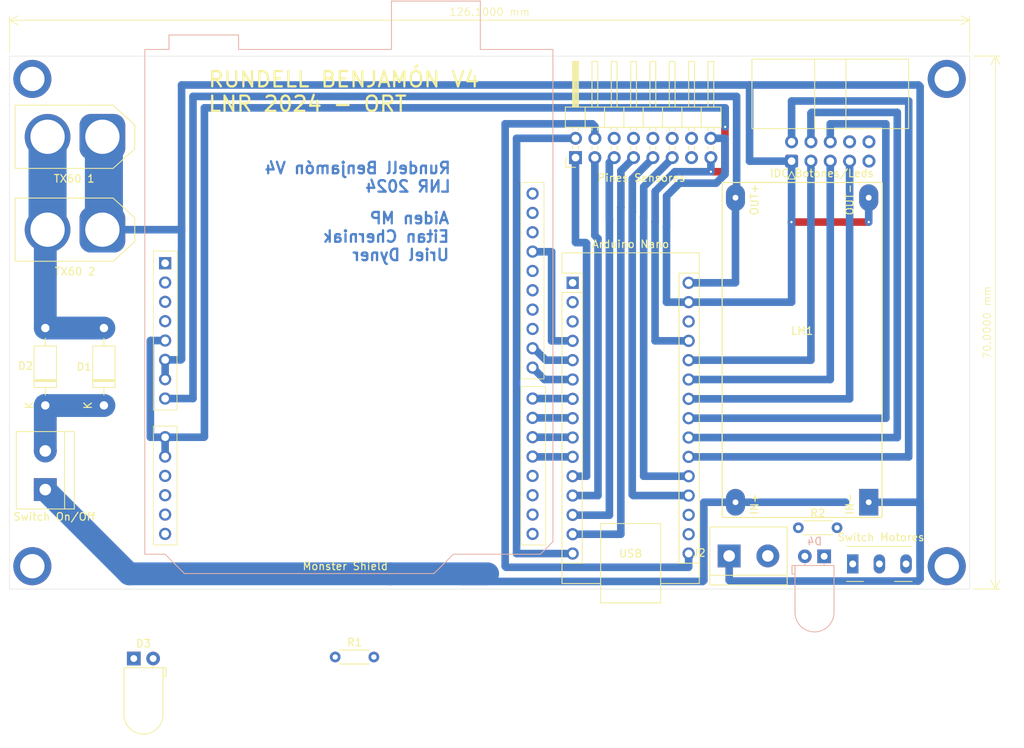
<source format=kicad_pcb>
(kicad_pcb (version 20240108) (generator "pcbnew") (generator_version "8.0")
  (layers (0 "F.Cu" signal) (31 "B.Cu" signal) (34 "B.Paste" user) (35 "F.Paste" user) (36 "B.SilkS" user "B.Silkscreen") (37 "F.SilkS" user "F.Silkscreen") (38 "B.Mask" user) (39 "F.Mask" user) (44 "Edge.Cuts" user))
  (net 0 "")
  (net 1 "AIN2 MONSTER SHIELD")
  (net 3 "ECHO 1")
  (net 5 "ECHO 3")
  (net 9 "ECHO 2")
  (net 10 "GND")
  (net 11 "TRIG 2")
  (net 12 "VIN")
  (net 13 "AIN1 MONSTER SHIELD")
  (net 14 "TRIG 3")
  (net 15 "BIN 2 MONSTER SHIELD")
  (net 16 "TRIG 1")
  (net 17 "BIN 1 MONSTER SHIELD")
  (net 18 "+5V")
  (net 19 "PWM A MONSTER SHIELD")
  (net 20 "PWM B MONSTER SHIELD")
  (net 21 "LED3")
  (net 25 "LED1")
  (net 32 "BTN2")
  (net 33 "LED2")
  (net 36 "BTN1")
  (net 40 "LED4")
  (net 43 "Net-(D1-A)")
  (net 49 "CNY 2")
  (net 51 "Net-(J2-Pin_2)")
  (net 52 "CNY 1")
  (net 53 "Net-(D1-K)")
  (net 54 "MOTORES")
  (net 57 "TRIG 4")
  (net 58 "ECHO 5")
  (net 59 "CNY 3")
  (net 60 "ECHO 4")
  (net 61 "TRIG 5")
  (net 62 "Net-(D3-A)")
  (net 63 "Net-(D4-A)")
  (footprint "" (layer "F.Cu") (at 135.2 15.1)
    (property "Reference" "" (at 0 0 0) (layer "F.SilkS") (effects (font (size 1.27 1.27))))
    (property "Value" "")
    (pad "" thru_hole circle (at 0 0 90) (size 5 5) (drill 3.2) (layers "*.Cu" "*.Mask"))
  )
  (footprint "Connector_AMASS:AMASS_XT60-M_1x02_P7.20mm_Vertical" (layer "F.Cu") (at 24.3 22.7 180)
    (property "Reference" "TX60 1" (at 3.7 -5.5 180) (layer "F.SilkS"))
    (property "Value" "Power Input 2")
    (pad "1" thru_hole roundrect (at 0 0 180) (size 6 6) (drill 4.5) (layers "*.Cu" "*.Mask") (net 10 "GND"))
    (pad "2" thru_hole circle (at 7.2 0 180) (size 6 6) (drill 4.5) (layers "*.Cu" "*.Mask") (net 43 "Net-(D1-A)"))
  )
  (footprint "Connector_AMASS:AMASS_XT60-M_1x02_P7.20mm_Vertical" (layer "F.Cu") (at 24.3 34.9 180)
    (property "Reference" "TX60 2" (at 3.6 -5.5 180) (layer "F.SilkS"))
    (property "Value" "Power Input 1")
    (pad "1" thru_hole roundrect (at 0 0 180) (size 6 6) (drill 4.5) (layers "*.Cu" "*.Mask") (net 10 "GND"))
    (pad "2" thru_hole circle (at 7.2 0 180) (size 6 6) (drill 4.5) (layers "*.Cu" "*.Mask") (net 43 "Net-(D1-A)"))
  )
  (footprint "" (layer "F.Cu") (at 15.1 79.1)
    (property "Reference" "" (at 0 0 0) (layer "F.SilkS") (effects (font (size 1.27 1.27))))
    (property "Value" "")
    (pad "" thru_hole circle (at 0 0 90) (size 5 5) (drill 3.2) (layers "*.Cu" "*.Mask"))
  )
  (footprint "Diode_THT:D_DO-41_SOD81_P10.16mm_Horizontal" (layer "F.Cu") (at 24.5 57.98 90)
    (property "Reference" "D1" (at 5.08 -2.6 0) (layer "F.SilkS"))
    (property "Value" "1N4007")
    (fp_text user "K" (at 0 -2.1 -90) (layer "F.SilkS"))
    (pad "1" thru_hole rect (at 0 0 90) (size 2.2 2.2) (drill 1.1) (layers "*.Cu" "*.Mask") (net 53 "Net-(D1-K)"))
    (pad "2" thru_hole oval (at 10.16 0 90) (size 2.2 2.2) (drill 1.1) (layers "*.Cu" "*.Mask") (net 43 "Net-(D1-A)"))
  )
  (footprint "Connector_IDC:IDC-Header_2x05_P2.54mm_Horizontal" (layer "F.Cu") (at 114.82 25.8975 90)
    (property "Reference" "IDC Botones/Leds" (at -1.6025 3.98 0) (layer "F.SilkS"))
    (property "Value" "IDC Placa Botones")
    (pad "1" thru_hole roundrect (at 0 0 90) (size 1.7 1.7) (drill 1) (layers "*.Cu" "*.Mask") (roundrect_rratio 0.147059) (net 10 "GND"))
    (pad "2" thru_hole circle (at 2.54 0 90) (size 1.7 1.7) (drill 1) (layers "*.Cu" "*.Mask") (net 33 "LED2"))
    (pad "3" thru_hole circle (at 0 2.54 90) (size 1.7 1.7) (drill 1) (layers "*.Cu" "*.Mask") (net 32 "BTN2"))
    (pad "4" thru_hole circle (at 2.54 2.54 90) (size 1.7 1.7) (drill 1) (layers "*.Cu" "*.Mask") (net 21 "LED3"))
    (pad "5" thru_hole circle (at 0 5.08 90) (size 1.7 1.7) (drill 1) (layers "*.Cu" "*.Mask") (net 36 "BTN1"))
    (pad "6" thru_hole circle (at 2.54 5.08 90) (size 1.7 1.7) (drill 1) (layers "*.Cu" "*.Mask") (net 40 "LED4"))
    (pad "7" thru_hole circle (at 0 7.62 90) (size 1.7 1.7) (drill 1) (layers "*.Cu" "*.Mask") (net 25 "LED1"))
    (pad "8" thru_hole circle (at 2.54 7.62 90) (size 1.7 1.7) (drill 1) (layers "*.Cu" "*.Mask"))
    (pad "9" thru_hole circle (at 0 10.16 90) (size 1.7 1.7) (drill 1) (layers "*.Cu" "*.Mask"))
    (pad "10" thru_hole circle (at 2.54 10.16 90) (size 1.7 1.7) (drill 1) (layers "*.Cu" "*.Mask"))
  )
  (footprint "Module:Arduino_Nano" (layer "F.Cu") (at 86.06 41.88)
    (property "Reference" "Arduino Nano" (at 7.62 -5.08 0) (layer "F.SilkS"))
    (property "Value" "Arduino_Nano_v3.x")
    (fp_text user "USB" (at 7.62 35.56 0) (layer "F.SilkS"))
    (pad "1" thru_hole rect (at 0 0) (size 1.6 1.6) (drill 1) (layers "*.Cu" "*.Mask"))
    (pad "2" thru_hole oval (at 0 2.54) (size 1.6 1.6) (drill 1) (layers "*.Cu" "*.Mask"))
    (pad "3" thru_hole oval (at 0 5.08) (size 1.6 1.6) (drill 1) (layers "*.Cu" "*.Mask"))
    (pad "4" thru_hole oval (at 0 7.62) (size 1.6 1.6) (drill 1) (layers "*.Cu" "*.Mask") (net 10 "GND"))
    (pad "5" thru_hole oval (at 0 10.16) (size 1.6 1.6) (drill 1) (layers "*.Cu" "*.Mask") (net 15 "BIN 2 MONSTER SHIELD"))
    (pad "6" thru_hole oval (at 0 12.7) (size 1.6 1.6) (drill 1) (layers "*.Cu" "*.Mask") (net 1 "AIN2 MONSTER SHIELD"))
    (pad "7" thru_hole oval (at 0 15.24) (size 1.6 1.6) (drill 1) (layers "*.Cu" "*.Mask") (net 13 "AIN1 MONSTER SHIELD"))
    (pad "8" thru_hole oval (at 0 17.78) (size 1.6 1.6) (drill 1) (layers "*.Cu" "*.Mask") (net 20 "PWM B MONSTER SHIELD"))
    (pad "9" thru_hole oval (at 0 20.32) (size 1.6 1.6) (drill 1) (layers "*.Cu" "*.Mask") (net 19 "PWM A MONSTER SHIELD"))
    (pad "10" thru_hole oval (at 0 22.86) (size 1.6 1.6) (drill 1) (layers "*.Cu" "*.Mask") (net 17 "BIN 1 MONSTER SHIELD"))
    (pad "11" thru_hole oval (at 0 25.4) (size 1.6 1.6) (drill 1) (layers "*.Cu" "*.Mask") (net 11 "TRIG 2"))
    (pad "12" thru_hole oval (at 0 27.94) (size 1.6 1.6) (drill 1) (layers "*.Cu" "*.Mask") (net 9 "ECHO 2"))
    (pad "13" thru_hole oval (at 0 30.48) (size 1.6 1.6) (drill 1) (layers "*.Cu" "*.Mask") (net 16 "TRIG 1"))
    (pad "14" thru_hole oval (at 0 33.02) (size 1.6 1.6) (drill 1) (layers "*.Cu" "*.Mask") (net 3 "ECHO 1"))
    (pad "15" thru_hole oval (at 0 35.56) (size 1.6 1.6) (drill 1) (layers "*.Cu" "*.Mask") (net 5 "ECHO 3"))
    (pad "16" thru_hole oval (at 15.24 35.56) (size 1.6 1.6) (drill 1) (layers "*.Cu" "*.Mask") (net 14 "TRIG 3"))
    (pad "17" thru_hole oval (at 15.24 33.02) (size 1.6 1.6) (drill 1) (layers "*.Cu" "*.Mask"))
    (pad "18" thru_hole oval (at 15.24 30.48) (size 1.6 1.6) (drill 1) (layers "*.Cu" "*.Mask"))
    (pad "19" thru_hole oval (at 15.24 27.94) (size 1.6 1.6) (drill 1) (layers "*.Cu" "*.Mask") (net 52 "CNY 1"))
    (pad "20" thru_hole oval (at 15.24 25.4) (size 1.6 1.6) (drill 1) (layers "*.Cu" "*.Mask") (net 49 "CNY 2"))
    (pad "21" thru_hole oval (at 15.24 22.86) (size 1.6 1.6) (drill 1) (layers "*.Cu" "*.Mask") (net 33 "LED2"))
    (pad "22" thru_hole oval (at 15.24 20.32) (size 1.6 1.6) (drill 1) (layers "*.Cu" "*.Mask") (net 21 "LED3"))
    (pad "23" thru_hole oval (at 15.24 17.78) (size 1.6 1.6) (drill 1) (layers "*.Cu" "*.Mask") (net 40 "LED4"))
    (pad "24" thru_hole oval (at 15.24 15.24) (size 1.6 1.6) (drill 1) (layers "*.Cu" "*.Mask") (net 25 "LED1"))
    (pad "25" thru_hole oval (at 15.24 12.7) (size 1.6 1.6) (drill 1) (layers "*.Cu" "*.Mask") (net 36 "BTN1"))
    (pad "26" thru_hole oval (at 15.24 10.16) (size 1.6 1.6) (drill 1) (layers "*.Cu" "*.Mask") (net 32 "BTN2"))
    (pad "27" thru_hole oval (at 15.24 7.62) (size 1.6 1.6) (drill 1) (layers "*.Cu" "*.Mask") (net 18 "+5V"))
    (pad "28" thru_hole oval (at 15.24 5.08) (size 1.6 1.6) (drill 1) (layers "*.Cu" "*.Mask"))
    (pad "29" thru_hole oval (at 15.24 2.54) (size 1.6 1.6) (drill 1) (layers "*.Cu" "*.Mask") (net 10 "GND"))
    (pad "30" thru_hole oval (at 15.24 0) (size 1.6 1.6) (drill 1) (layers "*.Cu" "*.Mask") (net 12 "VIN"))
  )
  (footprint "Resistor_THT:R_Axial_DIN0204_L3.6mm_D1.6mm_P5.08mm_Horizontal" (layer "F.Cu") (at 54.875 91.025)
    (property "Reference" "R1" (at 2.54 -1.92 0) (layer "F.SilkS"))
    (property "Value" "220")
    (pad "1" thru_hole circle (at 0 0) (size 1.4 1.4) (drill 0.7) (layers "*.Cu" "*.Mask") (net 54 "MOTORES"))
    (pad "2" thru_hole oval (at 5.08 0) (size 1.4 1.4) (drill 0.7) (layers "*.Cu" "*.Mask") (net 62 "Net-(D3-A)"))
  )
  (footprint "Button_Switch_THT:SW_Slide_SPDT_Angled_CK_OS102011MA1Q" (layer "F.Cu") (at 124.35 78.8)
    (property "Reference" "Switch Motores" (at 2.2 -3.5 0) (layer "F.SilkS"))
    (property "Value" "On/Off Motores")
    (pad "1" thru_hole rect (at -1.5 0) (size 1.5 2.5) (drill 0.9) (layers "*.Cu" "*.Mask") (net 51 "Net-(J2-Pin_2)"))
    (pad "2" thru_hole oval (at 2 0) (size 1.5 2.5) (drill 0.9) (layers "*.Cu" "*.Mask") (net 54 "MOTORES"))
    (pad "3" thru_hole oval (at 5.5 0) (size 1.5 2.5) (drill 0.9) (layers "*.Cu" "*.Mask"))
  )
  (footprint "TerminalBlock:TerminalBlock_bornier-2_P5.08mm" (layer "F.Cu") (at 16.8 69.04 90)
    (property "Reference" "Switch On/Off" (at -3.56 1.2 0) (layer "F.SilkS"))
    (property "Value" "On/Off General")
    (pad "1" thru_hole rect (at 0 0 90) (size 3 3) (drill 1.52) (layers "*.Cu" "*.Mask") (net 54 "MOTORES"))
    (pad "2" thru_hole circle (at 5.08 0 90) (size 3 3) (drill 1.52) (layers "*.Cu" "*.Mask") (net 53 "Net-(D1-K)"))
  )
  (footprint "TerminalBlock:TerminalBlock_bornier-2_P5.08mm" (layer "F.Cu") (at 106.62 77.75)
    (property "Reference" "J2" (at -3.96 -0.4 0) (layer "F.SilkS"))
    (property "Value" "Power Monster")
    (pad "1" thru_hole rect (at 0 0) (size 3 3) (drill 1.52) (layers "*.Cu" "*.Mask") (net 10 "GND"))
    (pad "2" thru_hole circle (at 5.08 0) (size 3 3) (drill 1.52) (layers "*.Cu" "*.Mask") (net 51 "Net-(J2-Pin_2)"))
  )
  (footprint "" (layer "F.Cu") (at 135.2 79.1)
    (property "Reference" "" (at 0 0 0) (layer "F.SilkS") (effects (font (size 1.27 1.27))))
    (property "Value" "")
    (pad "" thru_hole circle (at 0 0 90) (size 5 5) (drill 3.2) (layers "*.Cu" "*.Mask"))
  )
  (footprint "" (layer "F.Cu") (at 15.1 15.1)
    (property "Reference" "" (at 0 0 0) (layer "F.SilkS") (effects (font (size 1.27 1.27))))
    (property "Value" "")
    (pad "" thru_hole circle (at 0 0 90) (size 5 5) (drill 3.2) (layers "*.Cu" "*.Mask"))
  )
  (footprint "LM2596:LM2596_correctedMeas" (layer "F.Cu") (at 116.2 50.7 180)
    (property "Reference" "LM1" (at 0 2.5 180) (layer "F.SilkS"))
    (property "Value" "LM2596_OK")
    (fp_text user "OUT-" (at -6.25 19.75 -90) (layer "F.SilkS"))
    (fp_text user "OUT+" (at 6.25 19.75 -90) (layer "F.SilkS"))
    (fp_text user "IN-" (at -6.25 -20.25 -90) (layer "F.SilkS"))
    (fp_text user "IN+" (at 6.25 -20.25 -90) (layer "F.SilkS"))
    (pad "1" thru_hole rect (at -8.75 -20 180) (size 2.5 3.5) (drill 0.762) (layers "*.Cu" "*.Mask") (net 10 "GND"))
    (pad "2" thru_hole oval (at 8.75 -20 180) (size 2.5 3.5) (drill 0.762) (layers "*.Cu" "*.Mask") (net 54 "MOTORES"))
    (pad "3" thru_hole oval (at -8.75 20 180) (size 2.5 3.5) (drill 0.762) (layers "*.Cu" "*.Mask") (net 10 "GND"))
    (pad "4" thru_hole oval (at 8.75 20 180) (size 2.5 3.5) (drill 0.762) (layers "*.Cu" "*.Mask") (net 12 "VIN"))
  )
  (footprint "Resistor_THT:R_Axial_DIN0204_L3.6mm_D1.6mm_P5.08mm_Horizontal" (layer "F.Cu") (at 115.71 74.05)
    (property "Reference" "R2" (at 2.54 -1.92 0) (layer "F.SilkS"))
    (property "Value" "220")
    (pad "1" thru_hole circle (at 0 0) (size 1.4 1.4) (drill 0.7) (layers "*.Cu" "*.Mask") (net 51 "Net-(J2-Pin_2)"))
    (pad "2" thru_hole oval (at 5.08 0) (size 1.4 1.4) (drill 0.7) (layers "*.Cu" "*.Mask") (net 63 "Net-(D4-A)"))
  )
  (footprint "Connector_PinHeader_2.54mm:PinHeader_2x08_P2.54mm_Horizontal" (layer "F.Cu") (at 86.44 25.44 90)
    (property "Reference" "Pines Sensores" (at -2.66 8.66 0) (layer "F.SilkS"))
    (property "Value" "Conexion Sensores")
    (pad "1" thru_hole rect (at 0 0 90) (size 1.7 1.7) (drill 1) (layers "*.Cu" "*.Mask") (net 11 "TRIG 2"))
    (pad "2" thru_hole oval (at 2.54 0 90) (size 1.7 1.7) (drill 1) (layers "*.Cu" "*.Mask") (net 5 "ECHO 3"))
    (pad "3" thru_hole oval (at 0 2.54 90) (size 1.7 1.7) (drill 1) (layers "*.Cu" "*.Mask") (net 9 "ECHO 2"))
    (pad "4" thru_hole oval (at 2.54 2.54 90) (size 1.7 1.7) (drill 1) (layers "*.Cu" "*.Mask") (net 14 "TRIG 3"))
    (pad "5" thru_hole oval (at 0 5.08 90) (size 1.7 1.7) (drill 1) (layers "*.Cu" "*.Mask") (net 16 "TRIG 1"))
    (pad "6" thru_hole oval (at 2.54 5.08 90) (size 1.7 1.7) (drill 1) (layers "*.Cu" "*.Mask"))
    (pad "7" thru_hole oval (at 0 7.62 90) (size 1.7 1.7) (drill 1) (layers "*.Cu" "*.Mask") (net 3 "ECHO 1"))
    (pad "8" thru_hole oval (at 2.54 7.62 90) (size 1.7 1.7) (drill 1) (layers "*.Cu" "*.Mask") (net 60 "ECHO 4"))
    (pad "9" thru_hole oval (at 0 10.16 90) (size 1.7 1.7) (drill 1) (layers "*.Cu" "*.Mask") (net 52 "CNY 1"))
    (pad "10" thru_hole oval (at 2.54 10.16 90) (size 1.7 1.7) (drill 1) (layers "*.Cu" "*.Mask") (net 57 "TRIG 4"))
    (pad "11" thru_hole oval (at 0 12.7 90) (size 1.7 1.7) (drill 1) (layers "*.Cu" "*.Mask") (net 49 "CNY 2"))
    (pad "12" thru_hole oval (at 2.54 12.7 90) (size 1.7 1.7) (drill 1) (layers "*.Cu" "*.Mask") (net 58 "ECHO 5"))
    (pad "13" thru_hole oval (at 0 15.24 90) (size 1.7 1.7) (drill 1) (layers "*.Cu" "*.Mask") (net 59 "CNY 3"))
    (pad "14" thru_hole oval (at 2.54 15.24 90) (size 1.7 1.7) (drill 1) (layers "*.Cu" "*.Mask") (net 61 "TRIG 5"))
    (pad "15" thru_hole oval (at 0 17.78 90) (size 1.7 1.7) (drill 1) (layers "*.Cu" "*.Mask") (net 18 "+5V"))
    (pad "16" thru_hole oval (at 2.54 17.78 90) (size 1.7 1.7) (drill 1) (layers "*.Cu" "*.Mask") (net 10 "GND"))
  )
  (footprint "LED_THT:LED_D5.0mm_Horizontal_O1.27mm_Z3.0mm" (layer "F.Cu") (at 28.425 91.225)
    (property "Reference" "D3" (at 1.27 -1.96 0) (layer "F.SilkS"))
    (property "Value" "LED")
    (pad "1" thru_hole rect (at 0 0) (size 1.8 1.8) (drill 0.9) (layers "*.Cu" "*.Mask") (net 10 "GND"))
    (pad "2" thru_hole circle (at 2.54 0) (size 1.8 1.8) (drill 0.9) (layers "*.Cu" "*.Mask") (net 62 "Net-(D3-A)"))
  )
  (footprint "Diode_THT:D_DO-41_SOD81_P10.16mm_Horizontal" (layer "F.Cu") (at 16.8 57.98 90)
    (property "Reference" "D2" (at 5.18 -2.6 0) (layer "F.SilkS"))
    (property "Value" "1N4007")
    (fp_text user "K" (at 0 -2.1 -90) (layer "F.SilkS"))
    (pad "1" thru_hole rect (at 0 0 90) (size 2.2 2.2) (drill 1.1) (layers "*.Cu" "*.Mask") (net 53 "Net-(D1-K)"))
    (pad "2" thru_hole oval (at 10.16 0 90) (size 2.2 2.2) (drill 1.1) (layers "*.Cu" "*.Mask") (net 43 "Net-(D1-A)"))
  )
  (footprint "Module:Arduino_UNO_R3" (layer "B.Cu") (at 32.54 39.3 -90)
    (property "Reference" "Monster Shield" (at 39.8 -23.66 180) (layer "F.SilkS"))
    (property "Value" "MONSTER SHIELD")
    (pad "1" thru_hole rect (at 0 0 180) (size 1.6 1.6) (drill 1) (layers "*.Cu" "*.Mask"))
    (pad "2" thru_hole oval (at 2.54 0 180) (size 1.6 1.6) (drill 1) (layers "*.Cu" "*.Mask"))
    (pad "3" thru_hole oval (at 5.08 0 180) (size 1.6 1.6) (drill 1) (layers "*.Cu" "*.Mask"))
    (pad "4" thru_hole oval (at 7.62 0 180) (size 1.6 1.6) (drill 1) (layers "*.Cu" "*.Mask"))
    (pad "5" thru_hole oval (at 10.16 0 180) (size 1.6 1.6) (drill 1) (layers "*.Cu" "*.Mask") (net 18 "+5V"))
    (pad "6" thru_hole oval (at 12.7 0 180) (size 1.6 1.6) (drill 1) (layers "*.Cu" "*.Mask") (net 10 "GND"))
    (pad "7" thru_hole oval (at 15.24 0 180) (size 1.6 1.6) (drill 1) (layers "*.Cu" "*.Mask") (net 10 "GND"))
    (pad "8" thru_hole oval (at 17.78 0 180) (size 1.6 1.6) (drill 1) (layers "*.Cu" "*.Mask") (net 12 "VIN"))
    (pad "9" thru_hole oval (at 22.86 0 180) (size 1.6 1.6) (drill 1) (layers "*.Cu" "*.Mask") (net 18 "+5V"))
    (pad "10" thru_hole oval (at 25.4 0 180) (size 1.6 1.6) (drill 1) (layers "*.Cu" "*.Mask") (net 18 "+5V"))
    (pad "11" thru_hole oval (at 27.94 0 180) (size 1.6 1.6) (drill 1) (layers "*.Cu" "*.Mask"))
    (pad "12" thru_hole oval (at 30.48 0 180) (size 1.6 1.6) (drill 1) (layers "*.Cu" "*.Mask"))
    (pad "13" thru_hole oval (at 33.02 0 180) (size 1.6 1.6) (drill 1) (layers "*.Cu" "*.Mask"))
    (pad "14" thru_hole oval (at 35.56 0 180) (size 1.6 1.6) (drill 1) (layers "*.Cu" "*.Mask"))
    (pad "15" thru_hole oval (at 35.56 -48.26 180) (size 1.6 1.6) (drill 1) (layers "*.Cu" "*.Mask"))
    (pad "16" thru_hole oval (at 33.02 -48.26 180) (size 1.6 1.6) (drill 1) (layers "*.Cu" "*.Mask"))
    (pad "17" thru_hole oval (at 30.48 -48.26 180) (size 1.6 1.6) (drill 1) (layers "*.Cu" "*.Mask"))
    (pad "18" thru_hole oval (at 27.94 -48.26 180) (size 1.6 1.6) (drill 1) (layers "*.Cu" "*.Mask"))
    (pad "19" thru_hole oval (at 25.4 -48.26 180) (size 1.6 1.6) (drill 1) (layers "*.Cu" "*.Mask") (net 17 "BIN 1 MONSTER SHIELD"))
    (pad "20" thru_hole oval (at 22.86 -48.26 180) (size 1.6 1.6) (drill 1) (layers "*.Cu" "*.Mask") (net 19 "PWM A MONSTER SHIELD"))
    (pad "21" thru_hole oval (at 20.32 -48.26 180) (size 1.6 1.6) (drill 1) (layers "*.Cu" "*.Mask") (net 20 "PWM B MONSTER SHIELD"))
    (pad "22" thru_hole oval (at 17.78 -48.26 180) (size 1.6 1.6) (drill 1) (layers "*.Cu" "*.Mask") (net 13 "AIN1 MONSTER SHIELD"))
    (pad "23" thru_hole oval (at 13.72 -48.26 180) (size 1.6 1.6) (drill 1) (layers "*.Cu" "*.Mask") (net 1 "AIN2 MONSTER SHIELD"))
    (pad "24" thru_hole oval (at 11.18 -48.26 180) (size 1.6 1.6) (drill 1) (layers "*.Cu" "*.Mask") (net 15 "BIN 2 MONSTER SHIELD"))
    (pad "25" thru_hole oval (at 8.64 -48.26 180) (size 1.6 1.6) (drill 1) (layers "*.Cu" "*.Mask"))
    (pad "26" thru_hole oval (at 6.1 -48.26 180) (size 1.6 1.6) (drill 1) (layers "*.Cu" "*.Mask"))
    (pad "27" thru_hole oval (at 3.56 -48.26 180) (size 1.6 1.6) (drill 1) (layers "*.Cu" "*.Mask"))
    (pad "28" thru_hole oval (at 1.02 -48.26 180) (size 1.6 1.6) (drill 1) (layers "*.Cu" "*.Mask"))
    (pad "29" thru_hole oval (at -1.52 -48.26 180) (size 1.6 1.6) (drill 1) (layers "*.Cu" "*.Mask") (net 10 "GND"))
    (pad "30" thru_hole oval (at -4.06 -48.26 180) (size 1.6 1.6) (drill 1) (layers "*.Cu" "*.Mask"))
    (pad "31" thru_hole oval (at -6.6 -48.26 180) (size 1.6 1.6) (drill 1) (layers "*.Cu" "*.Mask"))
    (pad "32" thru_hole oval (at -9.14 -48.26 180) (size 1.6 1.6) (drill 1) (layers "*.Cu" "*.Mask"))
  )
  (footprint "LED_THT:LED_D5.0mm_Horizontal_O1.27mm_Z3.0mm" (layer "B.Cu") (at 119.1 77.8 180)
    (property "Reference" "D4" (at 1.27 1.96 180) (layer "B.SilkS") (effects (justify mirror)))
    (property "Value" "LED")
    (pad "1" thru_hole rect (at 0 0 180) (size 1.8 1.8) (drill 0.9) (layers "*.Cu" "*.Mask") (net 10 "GND"))
    (pad "2" thru_hole circle (at 2.54 0 180) (size 1.8 1.8) (drill 0.9) (layers "*.Cu" "*.Mask") (net 63 "Net-(D4-A)"))
  )
  (gr_rect (start 79.3 28.7) (end 82.3 54.5) (stroke (width 0.1)) (fill none) (layer "F.SilkS"))
  (gr_rect (start 79.3 55.5) (end 82.5 76.3) (stroke (width 0.1)) (fill none) (layer "F.SilkS"))
  (gr_rect (start 31 60.7) (end 34.1 76.3) (stroke (width 0.1)) (fill none) (layer "F.SilkS"))
  (gr_rect (start 31 37.7) (end 34.1 58.6) (stroke (width 0.1)) (fill none) (layer "F.SilkS"))
  (gr_rect (start 12.1 12.1) (end 138.2 82.1) (stroke (width 0.05)) (fill none) (layer "Edge.Cuts"))
  (gr_text "Aiden MP\nEitan Cherniak\nUriel Dyner" (at 70 39.1 0) (layer "B.Cu") (effects (font (size 1.5 1.5) (thickness 0.3) (bold yes)) (justify left bottom mirror)))
  (gr_text "Rundell Benjamón V4\nLNR 2024" (at 70.2 30.1 0) (layer "B.Cu") (effects (font (size 1.5 1.5) (thickness 0.3) (bold yes)) (justify left bottom mirror)))
  (gr_text "RUNDELL BENJAMÓN V4\nLNR 2024 - ORT" (at 38.05 19.55 0) (layer "F.SilkS") (effects (font (size 2 2) (thickness 0.3)) (justify left bottom)))
  (dimension (type aligned) (layer "F.SilkS") (pts (xy 138.2 12.1) (xy 138.2 82.1)) (height -3.4) (gr_text "70,0000 mm" (at 140.5 47.1 90) (layer "F.SilkS") (effects (font (size 1 1) (thickness 0.1)))) (format (prefix "") (suffix "") (units 3) (units_format 1) (precision 4)) (style (thickness 0.1) (arrow_length 1.27) (text_position_mode 0) (extension_height 0.58642) (extension_offset 0.5) keep_text_aligned))
  (dimension (type aligned) (layer "F.SilkS") (pts (xy 12.1 12.1) (xy 138.2 12.1)) (height -4.7) (gr_text "126,1000 mm" (at 75.15 6.3 0) (layer "F.SilkS") (effects (font (size 1 1) (thickness 0.1)))) (format (prefix "") (suffix "") (units 3) (units_format 1) (precision 4)) (style (thickness 0.1) (arrow_length 1.27) (text_position_mode 0) (extension_height 0.58642) (extension_offset 0.5) keep_text_aligned))
  (segment (start 80.8 53.02) (end 82.36 54.58) (width 1) (layer "B.Cu") (net 1))
  (segment (start 82.36 54.58) (end 86.06 54.58) (width 1) (layer "B.Cu") (net 1))
  (segment (start 92.39 32.01) (end 92.38 32) (width 1) (layer "B.Cu") (net 3))
  (segment (start 94.06 25.516296) (end 94.06 25.44) (width 1) (layer "B.Cu") (net 3))
  (segment (start 92.38 32) (end 92.4 31.98) (width 1) (layer "B.Cu") (net 3))
  (segment (start 86.06 74.9) (end 92.39 74.9) (width 1) (layer "B.Cu") (net 3))
  (segment (start 92.4 27.176296) (end 94.06 25.516296) (width 1) (layer "B.Cu") (net 3))
  (segment (start 92.39 74.9) (end 92.39 32.01) (width 1) (layer "B.Cu") (net 3))
  (segment (start 92.4 31.98) (end 92.4 27.176296) (width 1) (layer "B.Cu") (net 3))
  (segment (start 78.7 22.9) (end 86.44 22.9) (width 1) (layer "B.Cu") (net 5))
  (segment (start 86.16 77.44) (end 78.7 77.44) (width 1) (layer "B.Cu") (net 5))
  (segment (start 78.7 77.44) (end 78.7 22.9) (width 1) (layer "B.Cu") (net 5))
  (segment (start 88.98 35.66868) (end 88.98 25.44) (width 1) (layer "B.Cu") (net 9))
  (segment (start 89.39 36.07868) (end 88.98 35.66868) (width 1) (layer "B.Cu") (net 9))
  (segment (start 89.39 69.82) (end 89.39 36.07868) (width 1) (layer "B.Cu") (net 9))
  (segment (start 86.06 69.82) (end 89.39 69.82) (width 1) (layer "B.Cu") (net 9))
  (segment (start 124.95 33.9) (end 114.8 33.9) (width 1) (layer "F.Cu") (net 10))
  (via (at 124.95 33.9) (size 0.6) (drill 0.3) (layers "F.Cu" "B.Cu") (net 10))
  (via (at 114.8 33.9) (size 0.6) (drill 0.3) (layers "F.Cu" "B.Cu") (net 10))
  (segment (start 34.7 34.9) (end 34.7 51.9) (width 1) (layer "B.Cu") (net 10))
  (segment (start 104.91 28.79) (end 100.108936 28.79) (width 1) (layer "B.Cu") (net 10))
  (segment (start 24.3 34.9) (end 34.7 34.9) (width 1) (layer "B.Cu") (net 10))
  (segment (start 109.3025 25.8975) (end 109.3 25.9) (width 1) (layer "B.Cu") (net 10))
  (segment (start 106.07 27.63) (end 104.91 28.79) (width 1) (layer "B.Cu") (net 10))
  (segment (start 131.7 79.3) (end 131.7 80.8) (width 1) (layer "B.Cu") (net 10))
  (segment (start 24.5 34.6) (end 24.6 34.7) (width 1) (layer "B.Cu") (net 10))
  (segment (start 98.4 34.46528) (end 98.39 34.47528) (width 1) (layer "B.Cu") (net 10))
  (segment (start 98.39 44.42) (end 101.3 44.42) (width 1) (layer "B.Cu") (net 10))
  (segment (start 131.7 80.8) (end 131.45 81.05) (width 1) (layer "B.Cu") (net 10))
  (segment (start 106.73 81.05) (end 106.62 80.94) (width 1) (layer "B.Cu") (net 10))
  (segment (start 100.108936 28.79) (end 98.4 30.498936) (width 1) (layer "B.Cu") (net 10))
  (segment (start 124.95 30.7) (end 124.95 33.9) (width 1) (layer "B.Cu") (net 10))
  (segment (start 80.82 37.8) (end 83.3 37.8) (width 1) (layer "B.Cu") (net 10))
  (segment (start 83.3 49.5) (end 86.06 49.5) (width 1) (layer "B.Cu") (net 10))
  (segment (start 109.3 15.9) (end 34.7 15.9) (width 1) (layer "B.Cu") (net 10))
  (segment (start 109.3 25.9) (end 109.3 15.9) (width 1) (layer "B.Cu") (net 10))
  (segment (start 131.5 15.9) (end 131.7 16.1) (width 1) (layer "B.Cu") (net 10))
  (segment (start 114.82 25.8975) (end 114.82 44.42) (width 1) (layer "B.Cu") (net 10))
  (segment (start 83.3 37.8) (end 83.3 49.5) (width 1) (layer "B.Cu") (net 10))
  (segment (start 98.4 30.498936) (end 98.4 34.46528) (width 1) (layer "B.Cu") (net 10))
  (segment (start 80.8 37.78) (end 80.82 37.8) (width 1) (layer "B.Cu") (net 10))
  (segment (start 104.22 22.9) (end 106.07 22.9) (width 1) (layer "B.Cu") (net 10))
  (segment (start 34.7 51.9) (end 34.6 52) (width 1) (layer "B.Cu") (net 10))
  (segment (start 24.5 22.9) (end 24.5 34.6) (width 5) (layer "B.Cu") (net 10))
  (segment (start 114.82 25.8975) (end 109.3025 25.8975) (width 1) (layer "B.Cu") (net 10))
  (segment (start 106.62 80.94) (end 106.62 77.75) (width 1) (layer "B.Cu") (net 10))
  (segment (start 131.7 70.7) (end 124.95 70.7) (width 1) (layer "B.Cu") (net 10))
  (segment (start 98.39 34.47528) (end 98.39 44.42) (width 1) (layer "B.Cu") (net 10))
  (segment (start 106.07 22.9) (end 106.07 27.63) (width 1) (layer "B.Cu") (net 10))
  (segment (start 34.7 15.9) (end 34.7 34.9) (width 1) (layer "B.Cu") (net 10))
  (segment (start 131.45 81.05) (end 106.73 81.05) (width 1) (layer "B.Cu") (net 10))
  (segment (start 32.54 54.54) (end 32.54 52) (width 1) (layer "B.Cu") (net 10))
  (segment (start 109.3 15.9) (end 131.5 15.9) (width 1) (layer "B.Cu") (net 10))
  (segment (start 114.82 44.42) (end 101.3 44.42) (width 1) (layer "B.Cu") (net 10))
  (segment (start 131.7 79.3) (end 131.7 70.7) (width 1) (layer "B.Cu") (net 10))
  (segment (start 24.3 22.7) (end 24.5 22.9) (width 5) (layer "B.Cu") (net 10))
  (segment (start 131.7 16.1) (end 131.7 79.3) (width 1) (layer "B.Cu") (net 10))
  (segment (start 34.6 52) (end 32.54 52) (width 1) (layer "B.Cu") (net 10))
  (segment (start 124.95 33.9) (end 124.95 33.85) (width 1) (layer "B.Cu") (net 10))
  (segment (start 87.89 36.7) (end 87.89 67.28) (width 1) (layer "B.Cu") (net 11))
  (segment (start 87.89 67.28) (end 86.06 67.28) (width 1) (layer "B.Cu") (net 11))
  (segment (start 87.79 36.6) (end 87.89 36.7) (width 1) (layer "B.Cu") (net 11))
  (segment (start 86.44 36.54) (end 86.5 36.6) (width 1) (layer "B.Cu") (net 11))
  (segment (start 86.5 36.6) (end 87.79 36.6) (width 1) (layer "B.Cu") (net 11))
  (segment (start 86.44 25.44) (end 86.44 36.54) (width 1) (layer "B.Cu") (net 11))
  (segment (start 107.6 17.4) (end 36.2 17.4) (width 1) (layer "B.Cu") (net 12))
  (segment (start 107.45 41.85) (end 107.45 30.7) (width 1) (layer "B.Cu") (net 12))
  (segment (start 107.42 41.88) (end 107.45 41.85) (width 1) (layer "B.Cu") (net 12))
  (segment (start 107.6 30.55) (end 107.6 17.4) (width 1) (layer "B.Cu") (net 12))
  (segment (start 107.45 30.7) (end 107.6 30.55) (width 1) (layer "B.Cu") (net 12))
  (segment (start 36.2 57.08) (end 32.54 57.08) (width 1) (layer "B.Cu") (net 12))
  (segment (start 36.2 17.4) (end 36.2 57.08) (width 1) (layer "B.Cu") (net 12))
  (segment (start 101.3 41.88) (end 107.42 41.88) (width 1) (layer "B.Cu") (net 12))
  (segment (start 80.8 57.08) (end 86.02 57.08) (width 1) (layer "B.Cu") (net 13))
  (segment (start 86.02 57.08) (end 86.06 57.12) (width 1) (layer "B.Cu") (net 13))
  (segment (start 77.34 79.24) (end 77.2 79.1) (width 1) (layer "B.Cu") (net 14))
  (segment (start 89 22.88) (end 88.98 22.9) (width 1) (layer "B.Cu") (net 14))
  (segment (start 101.3 79.2) (end 101.26 79.24) (width 1) (layer "B.Cu") (net 14))
  (segment (start 77.2 21) (end 88.66 21) (width 1) (layer "B.Cu") (net 14))
  (segment (start 101.3 77.44) (end 101.3 79.2) (width 1) (layer "B.Cu") (net 14))
  (segment (start 88.98 21.32) (end 88.98 22.9) (width 1) (layer "B.Cu") (net 14))
  (segment (start 88.66 21) (end 88.98 21.32) (width 1) (layer "B.Cu") (net 14))
  (segment (start 101.26 79.24) (end 77.34 79.24) (width 1) (layer "B.Cu") (net 14))
  (segment (start 77.2 79.1) (end 77.2 21) (width 1) (layer "B.Cu") (net 14))
  (segment (start 80.8 50.48) (end 80.98 50.48) (width 1) (layer "B.Cu") (net 15))
  (segment (start 82.54 52.04) (end 86.06 52.04) (width 1) (layer "B.Cu") (net 15))
  (segment (start 80.98 50.48) (end 82.54 52.04) (width 1) (layer "B.Cu") (net 15))
  (segment (start 90.88 26.08) (end 91.52 25.44) (width 1) (layer "B.Cu") (net 16))
  (segment (start 86.2 72.4) (end 90.89 72.4) (width 1) (layer "B.Cu") (net 16))
  (segment (start 90.89 33.59) (end 90.88 33.58) (width 1) (layer "B.Cu") (net 16))
  (segment (start 90.88 33.58) (end 90.88 26.08) (width 1) (layer "B.Cu") (net 16))
  (segment (start 90.89 72.4) (end 90.89 33.59) (width 1) (layer "B.Cu") (net 16))
  (segment (start 86.16 72.36) (end 86.2 72.4) (width 1) (layer "B.Cu") (net 16))
  (segment (start 80.84 64.74) (end 86.06 64.74) (width 1) (layer "B.Cu") (net 17))
  (segment (start 80.8 64.7) (end 80.84 64.74) (width 1) (layer "B.Cu") (net 17))
  (segment (start 105.99 27.29) (end 106 27.3) (width 1) (layer "F.Cu") (net 18))
  (segment (start 106 27.3) (end 106.07 27.23) (width 1) (layer "F.Cu") (net 18))
  (segment (start 104.22 27.29) (end 105.99 27.29) (width 1) (layer "F.Cu") (net 18))
  (segment (start 106.07 27.23) (end 106.07 21.43) (width 1) (layer "F.Cu") (net 18))
  (via (at 106.1 21.4) (size 0.6) (drill 0.3) (layers "F.Cu" "B.Cu") (net 18))
  (via (at 104.22 27.29) (size 0.6) (drill 0.3) (layers "F.Cu" "B.Cu") (net 18))
  (segment (start 96.9 33.84396) (end 96.89 33.85396) (width 1) (layer "B.Cu") (net 18))
  (segment (start 32.54 62.16) (end 37.64 62.16) (width 1) (layer "B.Cu") (net 18))
  (segment (start 30.64 49.46) (end 30.6 49.5) (width 1) (layer "B.Cu") (net 18))
  (segment (start 96.9 29.877616) (end 96.9 33.84396) (width 1) (layer "B.Cu") (net 18))
  (segment (start 104.22 27.29) (end 99.487616 27.29) (width 1) (layer "B.Cu") (net 18))
  (segment (start 106.1 18.9) (end 106.1 21.4) (width 1) (layer "B.Cu") (net 18))
  (segment (start 37.7 62.1) (end 37.7 18.9) (width 1) (layer "B.Cu") (net 18))
  (segment (start 30.6 62.16) (end 32.54 62.16) (width 1) (layer "B.Cu") (net 18))
  (segment (start 37.7 18.9) (end 106.1 18.9) (width 1) (layer "B.Cu") (net 18))
  (segment (start 32.54 49.46) (end 30.64 49.46) (width 1) (layer "B.Cu") (net 18))
  (segment (start 99.487616 27.29) (end 96.9 29.877616) (width 1) (layer "B.Cu") (net 18))
  (segment (start 104.22 25.44) (end 104.22 27.29) (width 1) (layer "B.Cu") (net 18))
  (segment (start 37.64 62.16) (end 37.7 62.1) (width 1) (layer "B.Cu") (net 18))
  (segment (start 96.89 49.5) (end 101.3 49.5) (width 1) (layer "B.Cu") (net 18))
  (segment (start 32.54 64.7) (end 32.54 62.16) (width 1) (layer "B.Cu") (net 18))
  (segment (start 96.89 33.85396) (end 96.89 49.5) (width 1) (layer "B.Cu") (net 18))
  (segment (start 30.6 49.5) (end 30.6 62.16) (width 1) (layer "B.Cu") (net 18))
  (segment (start 86.02 62.16) (end 86.06 62.2) (width 1) (layer "B.Cu") (net 19))
  (segment (start 80.8 62.16) (end 86.02 62.16) (width 1) (layer "B.Cu") (net 19))
  (segment (start 80.8 59.62) (end 86.02 59.62) (width 1) (layer "B.Cu") (net 20))
  (segment (start 86.02 59.62) (end 86.06 59.66) (width 1) (layer "B.Cu") (net 20))
  (segment (start 117.36 19.6) (end 117.46 19.5) (width 1) (layer "B.Cu") (net 21))
  (segment (start 117.46 19.5) (end 128.7 19.5) (width 1) (layer "B.Cu") (net 21))
  (segment (start 117.36 23.3575) (end 117.36 19.6) (width 1) (layer "B.Cu") (net 21))
  (segment (start 128.7 19.5) (end 128.7 62.2) (width 1) (layer "B.Cu") (net 21))
  (segment (start 128.7 62.2) (end 101.3 62.2) (width 1) (layer "B.Cu") (net 21))
  (segment (start 122.44 57.12) (end 101.3 57.12) (width 1) (layer "B.Cu") (net 25))
  (segment (start 122.44 25.8975) (end 122.44 57.12) (width 1) (layer "B.Cu") (net 25))
  (segment (start 117.36 25.8975) (end 117.36 52.04) (width 1) (layer "B.Cu") (net 32))
  (segment (start 117.36 52.04) (end 101.3 52.04) (width 1) (layer "B.Cu") (net 32))
  (segment (start 130.2 64.74) (end 101.3 64.74) (width 1) (layer "B.Cu") (net 33))
  (segment (start 114.82 18) (end 130.2 18) (width 1) (layer "B.Cu") (net 33))
  (segment (start 130.2 18) (end 130.2 64.74) (width 1) (layer "B.Cu") (net 33))
  (segment (start 114.82 23.3575) (end 114.82 18) (width 1) (layer "B.Cu") (net 33))
  (segment (start 119.9 54.58) (end 101.3 54.58) (width 1) (layer "B.Cu") (net 36))
  (segment (start 119.9 25.8975) (end 119.9 54.58) (width 1) (layer "B.Cu") (net 36))
  (segment (start 127.2 59.66) (end 101.3 59.66) (width 1) (layer "B.Cu") (net 40))
  (segment (start 119.9 21) (end 127.2 21) (width 1) (layer "B.Cu") (net 40))
  (segment (start 119.9 23.3575) (end 119.9 21) (width 1) (layer "B.Cu") (net 40))
  (segment (start 127.2 21) (end 127.2 59.66) (width 1) (layer "B.Cu") (net 40))
  (segment (start 16.8 47.82) (end 16.8 35.2) (width 3) (layer "B.Cu") (net 43))
  (segment (start 17.2 22.7) (end 17.1 22.8) (width 5) (layer "B.Cu") (net 43))
  (segment (start 17.2 34.9) (end 17.4 34.7) (width 1) (layer "B.Cu") (net 43))
  (segment (start 17.1 22.8) (end 17.1 34.9) (width 5) (layer "B.Cu") (net 43))
  (segment (start 16.8 47.82) (end 24.5 47.82) (width 3) (layer "B.Cu") (net 43))
  (segment (start 16.8 35.2) (end 17.1 34.9) (width 3) (layer "B.Cu") (net 43))
  (segment (start 17.1 34.9) (end 17.2 34.9) (width 1) (layer "B.Cu") (net 43))
  (segment (start 95.39 67.28) (end 101.3 67.28) (width 1) (layer "B.Cu") (net 49))
  (segment (start 99.14 25.44) (end 99.14 25.516296) (width 1) (layer "B.Cu") (net 49))
  (segment (start 95.39 33.23264) (end 95.39 67.28) (width 1) (layer "B.Cu") (net 49))
  (segment (start 99.14 25.516296) (end 95.4 29.256296) (width 1) (layer "B.Cu") (net 49))
  (segment (start 95.4 29.256296) (end 95.4 33.22264) (width 1) (layer "B.Cu") (net 49))
  (segment (start 95.4 33.22264) (end 95.39 33.23264) (width 1) (layer "B.Cu") (net 49))
  (segment (start 96.6 25.44) (end 96.6 25.516296) (width 1) (layer "B.Cu") (net 52))
  (segment (start 93.9 32.60132) (end 93.89 32.61132) (width 1) (layer "B.Cu") (net 52))
  (segment (start 96.6 25.6) (end 96.6 25.44) (width 1) (layer "B.Cu") (net 52))
  (segment (start 96.6 25.516296) (end 93.9 28.216296) (width 1) (layer "B.Cu") (net 52))
  (segment (start 93.89 32.61132) (end 93.89 69.69) (width 1) (layer "B.Cu") (net 52))
  (segment (start 93.9 28.216296) (end 93.9 32.60132) (width 1) (layer "B.Cu") (net 52))
  (segment (start 94.02 69.82) (end 101.3 69.82) (width 1) (layer "B.Cu") (net 52))
  (segment (start 93.89 69.69) (end 94.02 69.82) (width 1) (layer "B.Cu") (net 52))
  (segment (start 24.5 57.98) (end 24.48 58) (width 3) (layer "B.Cu") (net 53))
  (segment (start 16.8 57.98) (end 16.8 63.96) (width 3) (layer "B.Cu") (net 53))
  (segment (start 24.48 58) (end 16.82 58) (width 3) (layer "B.Cu") (net 53))
  (segment (start 16.82 58) (end 16.8 57.98) (width 3) (layer "B.Cu") (net 53))
  (segment (start 103.15 81.1) (end 103.3 80.95) (width 1) (layer "B.Cu") (net 54))
  (segment (start 103.3 70.7) (end 107.45 70.7) (width 1) (layer "B.Cu") (net 54))
  (segment (start 27.8 80.1) (end 62.1 80.1) (width 3) (layer "B.Cu") (net 54))
  (segment (start 16.8 69.1) (end 16.8 69.04) (width 3) (layer "B.Cu") (net 54))
  (segment (start 27.5 79.8) (end 27.8 80.1) (width 3) (layer "B.Cu") (net 54))
  (segment (start 107.45 70.7) (end 121.9 70.7) (width 1) (layer "B.Cu") (net 54))
  (segment (start 62.1 80.1) (end 74.9 80.1) (width 3) (layer "B.Cu") (net 54))
  (segment (start 103.3 80.95) (end 103.3 70.7) (width 1) (layer "B.Cu") (net 54))
  (segment (start 27.5 79.8) (end 16.8 69.1) (width 3) (layer "B.Cu") (net 54))
  (segment (start 71.6 81.1) (end 103.15 81.1) (width 1) (layer "B.Cu") (net 54))
)
</source>
